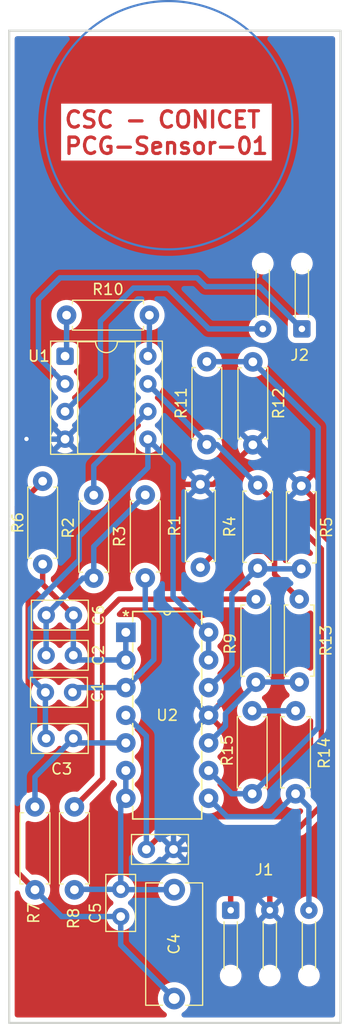
<source format=kicad_pcb>
(kicad_pcb (version 20241229) (generator "pcbnew") (generator_version "9.0")
  (layers (0 "F.Cu" signal) (2 "B.Cu" signal) (13 "F.Paste" user) (15 "B.Paste" user) (5 "F.SilkS" user "F.Silkscreen") (7 "B.SilkS" user "B.Silkscreen") (1 "F.Mask" user) (3 "B.Mask" user) (25 "Edge.Cuts" user))
  (net 0 "")
  (net 1 "GND")
  (net 2 "Net-(C2-Pad2)")
  (net 3 "Net-(C4-Pad2)")
  (net 4 "VCC")
  (net 5 "Net-(J2-Pin_2)")
  (net 6 "Net-(J2-Pin_1)")
  (net 7 "Net-(R1-Pad1)")
  (net 8 "Net-(R2-Pad2)")
  (net 9 "Net-(R13-Pad1)")
  (net 10 "Net-(R10-Pad2)")
  (net 11 "Net-(R10-Pad1)")
  (net 12 "Net-(R14-Pad2)")
  (net 13 "VGND")
  (net 14 "IN1+")
  (net 15 "IN1-")
  (net 16 "IN2+")
  (net 17 "IN2-")
  (net 18 "IN4+")
  (net 19 "IN3+")
  (net 20 "IN3-")
  (net 21 "OUT3")
  (footprint "LM2902N:NFF_14" (layer "F.Cu") (at 155.57 120.92)
    (property "Reference" "U2" (at -3.81 -7.62 0) (layer "F.SilkS"))
    (property "Value" "LM2902N/NOPB")
    (fp_line (start -6.985 -17.145) (end -6.985 -16.23314) (stroke (width 0.1524)) (layer "F.SilkS"))
    (fp_line (start -6.985 -14.24686) (end -6.985 -13.463611) (stroke (width 0.1524)) (layer "F.SilkS"))
    (fp_line (start -6.985 -11.936389) (end -6.985 -10.923611) (stroke (width 0.1524)) (layer "F.SilkS"))
    (fp_line (start -6.985 -9.396389) (end -6.985 -8.383611) (stroke (width 0.1524)) (layer "F.SilkS"))
    (fp_line (start -6.985 -6.856389) (end -6.985 -5.843611) (stroke (width 0.1524)) (layer "F.SilkS"))
    (fp_line (start -6.985 -4.316389) (end -6.985 -3.303611) (stroke (width 0.1524)) (layer "F.SilkS"))
    (fp_line (start -6.985 -1.776389) (end -6.985 -0.763611) (stroke (width 0.1524)) (layer "F.SilkS"))
    (fp_line (start -6.985 0.763611) (end -6.985 1.905) (stroke (width 0.1524)) (layer "F.SilkS"))
    (fp_line (start -6.985 1.905) (end -0.635 1.905) (stroke (width 0.1524)) (layer "F.SilkS"))
    (fp_line (start -0.635 -17.145) (end -6.985 -17.145) (stroke (width 0.1524)) (layer "F.SilkS"))
    (fp_line (start -0.635 -16.003611) (end -0.635 -17.145) (stroke (width 0.1524)) (layer "F.SilkS"))
    (fp_line (start -0.635 -13.463611) (end -0.635 -14.476389) (stroke (width 0.1524)) (layer "F.SilkS"))
    (fp_line (start -0.635 -10.923611) (end -0.635 -11.936389) (stroke (width 0.1524)) (layer "F.SilkS"))
    (fp_line (start -0.635 -8.383611) (end -0.635 -9.396389) (stroke (width 0.1524)) (layer "F.SilkS"))
    (fp_line (start -0.635 -5.843611) (end -0.635 -6.856389) (stroke (width 0.1524)) (layer "F.SilkS"))
    (fp_line (start -0.635 -3.303611) (end -0.635 -4.316389) (stroke (width 0.1524)) (layer "F.SilkS"))
    (fp_line (start -0.635 -0.763611) (end -0.635 -1.776389) (stroke (width 0.1524)) (layer "F.SilkS"))
    (fp_line (start -0.635 1.905) (end -0.635 0.763611) (stroke (width 0.1524)) (layer "F.SilkS"))
    (fp_arc (start -3.5052 -17.145) (mid -3.81 -16.8402) (end -4.1148 -17.145) (stroke (width 0.1524)) (layer "F.SilkS"))
    (fp_text user "*" (at -7.62 -16.6624 0) (layer "F.SilkS"))
    (fp_text user "*" (at -7.62 -16.6624 0) (layer "F.SilkS"))
    (pad "1" thru_hole rect (at -7.62 -15.24) (size 1.8 1.8) (drill 0.8128) (layers "*.Cu" "*.Mask") (net 15 "IN1-"))
    (pad "2" thru_hole circle (at -7.62 -12.7) (size 1.8 1.8) (drill 0.8128) (layers "*.Cu" "*.Mask") (net 15 "IN1-"))
    (pad "3" thru_hole circle (at -7.62 -10.16) (size 1.8 1.8) (drill 0.8128) (layers "*.Cu" "*.Mask") (net 14 "IN1+"))
    (pad "4" thru_hole circle (at -7.62 -7.62) (size 1.8 1.8) (drill 0.8128) (layers "*.Cu" "*.Mask") (net 4 "VCC"))
    (pad "5" thru_hole circle (at -7.62 -5.08) (size 1.8 1.8) (drill 0.8128) (layers "*.Cu" "*.Mask") (net 16 "IN2+"))
    (pad "6" thru_hole circle (at -7.62 -2.54) (size 1.8 1.8) (drill 0.8128) (layers "*.Cu" "*.Mask") (net 17 "IN2-"))
    (pad "7" thru_hole circle (at -7.62 0) (size 1.8 1.8) (drill 0.8128) (layers "*.Cu" "*.Mask") (net 17 "IN2-"))
    (pad "8" thru_hole circle (at 0 0) (size 1.8 1.8) (drill 0.8128) (layers "*.Cu" "*.Mask") (net 21 "OUT3"))
    (pad "9" thru_hole circle (at 0 -2.54) (size 1.8 1.8) (drill 0.8128) (layers "*.Cu" "*.Mask") (net 20 "IN3-"))
    (pad "10" thru_hole circle (at 0 -5.08) (size 1.8 1.8) (drill 0.8128) (layers "*.Cu" "*.Mask") (net 19 "IN3+"))
    (pad "11" thru_hole circle (at 0 -7.62) (size 1.8 1.8) (drill 0.8128) (layers "*.Cu" "*.Mask") (net 1 "GND"))
    (pad "12" thru_hole circle (at 0 -10.16) (size 1.8 1.8) (drill 0.8128) (layers "*.Cu" "*.Mask") (net 18 "IN4+"))
    (pad "13" thru_hole circle (at 0 -12.7) (size 1.8 1.8) (drill 0.8128) (layers "*.Cu" "*.Mask") (net 13 "VGND"))
    (pad "14" thru_hole circle (at 0 -15.24) (size 1.8 1.8) (drill 0.8128) (layers "*.Cu" "*.Mask") (net 13 "VGND"))
  )
  (footprint "DAVID:R_hueco_grande" (layer "F.Cu") (at 139.591 121.712953 -90)
    (property "Reference" "R7" (at 9.757047 0.111 270) (layer "F.SilkS"))
    (property "Value" "2.4k")
    (fp_line (start 0.54 1.37) (end 7.08 1.37) (stroke (width 0.12)) (layer "F.SilkS"))
    (fp_line (start 7.08 1.37) (end 7.08 1.04) (stroke (width 0.12)) (layer "F.SilkS"))
    (fp_line (start 0.54 1.04) (end 0.54 1.37) (stroke (width 0.12)) (layer "F.SilkS"))
    (fp_line (start 0.54 -1.04) (end 0.54 -1.37) (stroke (width 0.12)) (layer "F.SilkS"))
    (fp_line (start 0.54 -1.37) (end 7.08 -1.37) (stroke (width 0.12)) (layer "F.SilkS"))
    (fp_line (start 7.08 -1.37) (end 7.08 -1.04) (stroke (width 0.12)) (layer "F.SilkS"))
    (pad "1" thru_hole circle (at 0 0 270) (size 1.8 1.8) (drill 0.8) (layers "*.Cu" "*.Mask") (net 16 "IN2+"))
    (pad "2" thru_hole circle (at 7.62 0 270) (size 1.8 1.8) (drill 0.8) (layers "*.Cu" "*.Mask") (net 3 "Net-(C4-Pad2)"))
  )
  (footprint "DAVID:R_hueco_grande" (layer "F.Cu") (at 160.09 92.17 -90)
    (property "Reference" "R4" (at 3.81 2.58 270) (layer "F.SilkS"))
    (property "Value" "100k")
    (fp_line (start 0.54 1.37) (end 7.08 1.37) (stroke (width 0.12)) (layer "F.SilkS"))
    (fp_line (start 7.08 1.37) (end 7.08 1.04) (stroke (width 0.12)) (layer "F.SilkS"))
    (fp_line (start 0.54 1.04) (end 0.54 1.37) (stroke (width 0.12)) (layer "F.SilkS"))
    (fp_line (start 0.54 -1.04) (end 0.54 -1.37) (stroke (width 0.12)) (layer "F.SilkS"))
    (fp_line (start 0.54 -1.37) (end 7.08 -1.37) (stroke (width 0.12)) (layer "F.SilkS"))
    (fp_line (start 7.08 -1.37) (end 7.08 -1.04) (stroke (width 0.12)) (layer "F.SilkS"))
    (pad "1" thru_hole circle (at 0 0 270) (size 1.8 1.8) (drill 0.8) (layers "*.Cu" "*.Mask") (net 4 "VCC"))
    (pad "2" thru_hole circle (at 7.62 0 270) (size 1.8 1.8) (drill 0.8) (layers "*.Cu" "*.Mask") (net 18 "IN4+"))
  )
  (footprint "DAVID:R_hueco_grande" (layer "F.Cu") (at 163.57 120.51 90)
    (property "Reference" "R14" (at 3.73 2.64 90) (layer "F.SilkS"))
    (property "Value" "5.6k")
    (fp_line (start 7.08 -1.37) (end 7.08 -1.04) (stroke (width 0.12)) (layer "F.SilkS"))
    (fp_line (start 0.54 -1.37) (end 7.08 -1.37) (stroke (width 0.12)) (layer "F.SilkS"))
    (fp_line (start 0.54 -1.04) (end 0.54 -1.37) (stroke (width 0.12)) (layer "F.SilkS"))
    (fp_line (start 0.54 1.04) (end 0.54 1.37) (stroke (width 0.12)) (layer "F.SilkS"))
    (fp_line (start 7.08 1.37) (end 7.08 1.04) (stroke (width 0.12)) (layer "F.SilkS"))
    (fp_line (start 0.54 1.37) (end 7.08 1.37) (stroke (width 0.12)) (layer "F.SilkS"))
    (pad "1" thru_hole circle (at 0 0 90) (size 1.8 1.8) (drill 0.8) (layers "*.Cu" "*.Mask") (net 21 "OUT3"))
    (pad "2" thru_hole circle (at 7.62 0 90) (size 1.8 1.8) (drill 0.8) (layers "*.Cu" "*.Mask") (net 12 "Net-(R14-Pad2)"))
  )
  (footprint "Package_DIP:DIP-8_W7.62mm_Socket" (layer "F.Cu") (at 142.36 80.32)
    (property "Reference" "U1" (at -2.41 -0.01 0) (layer "F.SilkS"))
    (property "Value" "AD620")
    (fp_line (start 1.16 -1.33) (end 1.16 8.95) (stroke (width 0.12)) (layer "F.SilkS"))
    (fp_line (start 1.16 8.95) (end 6.46 8.95) (stroke (width 0.12)) (layer "F.SilkS"))
    (fp_line (start 2.81 -1.33) (end 1.16 -1.33) (stroke (width 0.12)) (layer "F.SilkS"))
    (fp_line (start 6.46 -1.33) (end 4.81 -1.33) (stroke (width 0.12)) (layer "F.SilkS"))
    (fp_line (start 6.46 8.95) (end 6.46 -1.33) (stroke (width 0.12)) (layer "F.SilkS"))
    (fp_rect (start -1.33 -1.39) (end 8.95 9.01) (stroke (width 0.12)) (fill no) (layer "F.SilkS"))
    (fp_arc (start 4.81 -1.33) (mid 3.81 -0.33) (end 2.81 -1.33) (stroke (width 0.12)) (layer "F.SilkS"))
    (pad "1" thru_hole roundrect (at 0 0) (size 1.6 1.6) (drill 0.8) (layers "*.Cu" "*.Mask") (roundrect_rratio 0.15625) (net 11 "Net-(R10-Pad1)"))
    (pad "2" thru_hole circle (at 0 2.54) (size 1.6 1.6) (drill 0.8) (layers "*.Cu" "*.Mask") (net 6 "Net-(J2-Pin_1)"))
    (pad "3" thru_hole circle (at 0 5.08) (size 1.6 1.6) (drill 0.8) (layers "*.Cu" "*.Mask") (net 5 "Net-(J2-Pin_2)"))
    (pad "4" thru_hole circle (at 0 7.62) (size 1.6 1.6) (drill 0.8) (layers "*.Cu" "*.Mask") (net 1 "GND"))
    (pad "5" thru_hole circle (at 7.62 7.62) (size 1.6 1.6) (drill 0.8) (layers "*.Cu" "*.Mask") (net 13 "VGND"))
    (pad "6" thru_hole circle (at 7.62 5.08) (size 1.6 1.6) (drill 0.8) (layers "*.Cu" "*.Mask") (net 8 "Net-(R2-Pad2)"))
    (pad "7" thru_hole circle (at 7.62 2.54) (size 1.6 1.6) (drill 0.8) (layers "*.Cu" "*.Mask") (net 4 "VCC"))
    (pad "8" thru_hole circle (at 7.62 0) (size 1.6 1.6) (drill 0.8) (layers "*.Cu" "*.Mask") (net 10 "Net-(R10-Pad2)"))
  )
  (footprint "Capacitor_THT:C_Disc_D5.0mm_W2.5mm_P2.50mm" (layer "F.Cu") (at 143.121 115.432953 180)
    (property "Reference" "C3" (at 1.07 -2.8 0) (layer "F.SilkS"))
    (property "Value" "10n")
    (fp_line (start 3.87 1.37) (end -1.37 1.37) (stroke (width 0.12)) (layer "F.SilkS"))
    (fp_line (start 3.87 -1.37) (end 3.87 1.37) (stroke (width 0.12)) (layer "F.SilkS"))
    (fp_line (start -1.37 1.37) (end -1.37 -1.37) (stroke (width 0.12)) (layer "F.SilkS"))
    (fp_line (start -1.37 -1.37) (end 3.87 -1.37) (stroke (width 0.12)) (layer "F.SilkS"))
    (pad "1" thru_hole circle (at 0 0 180) (size 1.6 1.6) (drill 0.8) (layers "*.Cu" "*.Mask") (net 16 "IN2+"))
    (pad "2" thru_hole circle (at 2.5 0 180) (size 1.6 1.6) (drill 0.8) (layers "*.Cu" "*.Mask") (net 13 "VGND"))
  )
  (footprint "DAVID:R_hueco_grande" (layer "F.Cu") (at 164.1 99.85 90)
    (property "Reference" "R5" (at 3.81 2.32 90) (layer "F.SilkS"))
    (property "Value" "100k")
    (fp_line (start 7.08 -1.37) (end 7.08 -1.04) (stroke (width 0.12)) (layer "F.SilkS"))
    (fp_line (start 0.54 -1.37) (end 7.08 -1.37) (stroke (width 0.12)) (layer "F.SilkS"))
    (fp_line (start 0.54 -1.04) (end 0.54 -1.37) (stroke (width 0.12)) (layer "F.SilkS"))
    (fp_line (start 0.54 1.04) (end 0.54 1.37) (stroke (width 0.12)) (layer "F.SilkS"))
    (fp_line (start 7.08 1.37) (end 7.08 1.04) (stroke (width 0.12)) (layer "F.SilkS"))
    (fp_line (start 0.54 1.37) (end 7.08 1.37) (stroke (width 0.12)) (layer "F.SilkS"))
    (pad "1" thru_hole circle (at 0 0 90) (size 1.8 1.8) (drill 0.8) (layers "*.Cu" "*.Mask") (net 18 "IN4+"))
    (pad "2" thru_hole circle (at 7.62 0 90) (size 1.8 1.8) (drill 0.8) (layers "*.Cu" "*.Mask") (net 1 "GND"))
  )
  (footprint "DAVID:R_hueco_grande" (layer "F.Cu") (at 140.3 91.8 -90)
    (property "Reference" "R6" (at 3.81 2.29 270) (layer "F.SilkS"))
    (property "Value" "2k")
    (fp_line (start 0.54 1.37) (end 7.08 1.37) (stroke (width 0.12)) (layer "F.SilkS"))
    (fp_line (start 7.08 1.37) (end 7.08 1.04) (stroke (width 0.12)) (layer "F.SilkS"))
    (fp_line (start 0.54 1.04) (end 0.54 1.37) (stroke (width 0.12)) (layer "F.SilkS"))
    (fp_line (start 0.54 -1.04) (end 0.54 -1.37) (stroke (width 0.12)) (layer "F.SilkS"))
    (fp_line (start 0.54 -1.37) (end 7.08 -1.37) (stroke (width 0.12)) (layer "F.SilkS"))
    (fp_line (start 7.08 -1.37) (end 7.08 -1.04) (stroke (width 0.12)) (layer "F.SilkS"))
    (pad "1" thru_hole circle (at 0 0 270) (size 1.8 1.8) (drill 0.8) (layers "*.Cu" "*.Mask") (net 3 "Net-(C4-Pad2)"))
    (pad "2" thru_hole circle (at 7.62 0 270) (size 1.8 1.8) (drill 0.8) (layers "*.Cu" "*.Mask") (net 15 "IN1-"))
  )
  (footprint "DAVID:R_hueco_grande" (layer "F.Cu") (at 159.58 112.89 -90)
    (property "Reference" "R15" (at 3.65 2.3 270) (layer "F.SilkS"))
    (property "Value" "2.2k")
    (fp_line (start 0.54 1.37) (end 7.08 1.37) (stroke (width 0.12)) (layer "F.SilkS"))
    (fp_line (start 7.08 1.37) (end 7.08 1.04) (stroke (width 0.12)) (layer "F.SilkS"))
    (fp_line (start 0.54 1.04) (end 0.54 1.37) (stroke (width 0.12)) (layer "F.SilkS"))
    (fp_line (start 0.54 -1.04) (end 0.54 -1.37) (stroke (width 0.12)) (layer "F.SilkS"))
    (fp_line (start 0.54 -1.37) (end 7.08 -1.37) (stroke (width 0.12)) (layer "F.SilkS"))
    (fp_line (start 7.08 -1.37) (end 7.08 -1.04) (stroke (width 0.12)) (layer "F.SilkS"))
    (pad "1" thru_hole circle (at 0 0 270) (size 1.8 1.8) (drill 0.8) (layers "*.Cu" "*.Mask") (net 12 "Net-(R14-Pad2)"))
    (pad "2" thru_hole circle (at 7.62 0 270) (size 1.8 1.8) (drill 0.8) (layers "*.Cu" "*.Mask") (net 20 "IN3-"))
  )
  (footprint "Capacitor_THT:C_Disc_D5.0mm_W2.5mm_P2.50mm" (layer "F.Cu") (at 149.841 125.622953)
    (property "Reference" "C7" (hide yes))
    (property "Value" "10n")
    (fp_line (start -1.37 -1.37) (end 3.87 -1.37) (stroke (width 0.12)) (layer "F.SilkS"))
    (fp_line (start -1.37 1.37) (end -1.37 -1.37) (stroke (width 0.12)) (layer "F.SilkS"))
    (fp_line (start 3.87 -1.37) (end 3.87 1.37) (stroke (width 0.12)) (layer "F.SilkS"))
    (fp_line (start 3.87 1.37) (end -1.37 1.37) (stroke (width 0.12)) (layer "F.SilkS"))
    (pad "1" thru_hole circle (at 0 0) (size 1.6 1.6) (drill 0.8) (layers "*.Cu" "*.Mask") (net 4 "VCC"))
    (pad "2" thru_hole circle (at 2.5 0) (size 1.6 1.6) (drill 0.8) (layers "*.Cu" "*.Mask") (net 1 "GND"))
  )
  (footprint "DAVID:R_hueco_grande" (layer "F.Cu") (at 143.221 129.332953 90)
    (property "Reference" "R8" (at -2.627047 -0.081 90) (layer "F.SilkS"))
    (property "Value" "5.6k")
    (fp_line (start 7.08 -1.37) (end 7.08 -1.04) (stroke (width 0.12)) (layer "F.SilkS"))
    (fp_line (start 0.54 -1.37) (end 7.08 -1.37) (stroke (width 0.12)) (layer "F.SilkS"))
    (fp_line (start 0.54 -1.04) (end 0.54 -1.37) (stroke (width 0.12)) (layer "F.SilkS"))
    (fp_line (start 0.54 1.04) (end 0.54 1.37) (stroke (width 0.12)) (layer "F.SilkS"))
    (fp_line (start 7.08 1.37) (end 7.08 1.04) (stroke (width 0.12)) (layer "F.SilkS"))
    (fp_line (start 0.54 1.37) (end 7.08 1.37) (stroke (width 0.12)) (layer "F.SilkS"))
    (pad "1" thru_hole circle (at 0 0 90) (size 1.8 1.8) (drill 0.8) (layers "*.Cu" "*.Mask") (net 17 "IN2-"))
    (pad "2" thru_hole circle (at 7.62 0 90) (size 1.8 1.8) (drill 0.8) (layers "*.Cu" "*.Mask") (net 9 "Net-(R13-Pad1)"))
  )
  (footprint "Capacitor_THT:C_Disc_D5.0mm_W2.5mm_P2.50mm" (layer "F.Cu") (at 143.121 107.792953 180)
    (property "Reference" "C2" (at -2.309 0.002953 90) (layer "F.SilkS"))
    (property "Value" "22n")
    (fp_line (start 3.87 1.37) (end -1.37 1.37) (stroke (width 0.12)) (layer "F.SilkS"))
    (fp_line (start 3.87 -1.37) (end 3.87 1.37) (stroke (width 0.12)) (layer "F.SilkS"))
    (fp_line (start -1.37 1.37) (end -1.37 -1.37) (stroke (width 0.12)) (layer "F.SilkS"))
    (fp_line (start -1.37 -1.37) (end 3.87 -1.37) (stroke (width 0.12)) (layer "F.SilkS"))
    (pad "1" thru_hole circle (at 0 0 180) (size 1.6 1.6) (drill 0.8) (layers "*.Cu" "*.Mask") (net 15 "IN1-"))
    (pad "2" thru_hole circle (at 2.5 0 180) (size 1.6 1.6) (drill 0.8) (layers "*.Cu" "*.Mask") (net 2 "Net-(C2-Pad2)"))
  )
  (footprint "Capacitor_THT:C_Disc_D5.0mm_W2.5mm_P2.50mm" (layer "F.Cu") (at 147.48 129.287047 -90)
    (property "Reference" "C5" (at 2.19 2.34 90) (layer "F.SilkS"))
    (property "Value" "33n")
    (fp_line (start -1.37 1.37) (end -1.37 -1.37) (stroke (width 0.12)) (layer "F.SilkS"))
    (fp_line (start 3.87 1.37) (end -1.37 1.37) (stroke (width 0.12)) (layer "F.SilkS"))
    (fp_line (start -1.37 -1.37) (end 3.87 -1.37) (stroke (width 0.12)) (layer "F.SilkS"))
    (fp_line (start 3.87 -1.37) (end 3.87 1.37) (stroke (width 0.12)) (layer "F.SilkS"))
    (pad "1" thru_hole circle (at 0 0 270) (size 1.6 1.6) (drill 0.8) (layers "*.Cu" "*.Mask") (net 17 "IN2-"))
    (pad "2" thru_hole circle (at 2.5 0 270) (size 1.6 1.6) (drill 0.8) (layers "*.Cu" "*.Mask") (net 3 "Net-(C4-Pad2)"))
  )
  (footprint "DAVID:R_hueco_grande" (layer "F.Cu") (at 159.92 102.64 -90)
    (property "Reference" "R13" (at 3.8 -6.45 270) (layer "F.SilkS"))
    (property "Value" "2.2k")
    (fp_line (start 0.54 1.37) (end 7.08 1.37) (stroke (width 0.12)) (layer "F.SilkS"))
    (fp_line (start 7.08 1.37) (end 7.08 1.04) (stroke (width 0.12)) (layer "F.SilkS"))
    (fp_line (start 0.54 1.04) (end 0.54 1.37) (stroke (width 0.12)) (layer "F.SilkS"))
    (fp_line (start 0.54 -1.04) (end 0.54 -1.37) (stroke (width 0.12)) (layer "F.SilkS"))
    (fp_line (start 0.54 -1.37) (end 7.08 -1.37) (stroke (width 0.12)) (layer "F.SilkS"))
    (fp_line (start 7.08 -1.37) (end 7.08 -1.04) (stroke (width 0.12)) (layer "F.SilkS"))
    (pad "1" thru_hole circle (at 0 0 270) (size 1.8 1.8) (drill 0.8) (layers "*.Cu" "*.Mask") (net 9 "Net-(R13-Pad1)"))
    (pad "2" thru_hole circle (at 7.62 0 270) (size 1.8 1.8) (drill 0.8) (layers "*.Cu" "*.Mask") (net 19 "IN3+"))
  )
  (footprint "DAVID:R_hueco_grande" (layer "F.Cu") (at 149.74 100.685 90)
    (property "Reference" "R3" (at 3.81 -2.37 90) (layer "F.SilkS"))
    (property "Value" "27k")
    (fp_line (start 7.08 -1.37) (end 7.08 -1.04) (stroke (width 0.12)) (layer "F.SilkS"))
    (fp_line (start 0.54 -1.37) (end 7.08 -1.37) (stroke (width 0.12)) (layer "F.SilkS"))
    (fp_line (start 0.54 -1.04) (end 0.54 -1.37) (stroke (width 0.12)) (layer "F.SilkS"))
    (fp_line (start 0.54 1.04) (end 0.54 1.37) (stroke (width 0.12)) (layer "F.SilkS"))
    (fp_line (start 7.08 1.37) (end 7.08 1.04) (stroke (width 0.12)) (layer "F.SilkS"))
    (fp_line (start 0.54 1.37) (end 7.08 1.37) (stroke (width 0.12)) (layer "F.SilkS"))
    (pad "1" thru_hole circle (at 0 0 90) (size 1.8 1.8) (drill 0.8) (layers "*.Cu" "*.Mask") (net 14 "IN1+"))
    (pad "2" thru_hole circle (at 7.62 0 90) (size 1.8 1.8) (drill 0.8) (layers "*.Cu" "*.Mask") (net 2 "Net-(C2-Pad2)"))
  )
  (footprint "Capacitor_THT:C_Disc_D11.0mm_W5.0mm_P10.00mm" (layer "F.Cu") (at 152.4 129.317047 -90)
    (property "Reference" "C4" (at 4.99 0.01 270) (layer "F.SilkS"))
    (property "Value" "470n")
    (fp_line (start -0.62 2.62) (end -0.62 1.074) (stroke (width 0.12)) (layer "F.SilkS"))
    (fp_line (start 10.62 2.62) (end -0.62 2.62) (stroke (width 0.12)) (layer "F.SilkS"))
    (fp_line (start 10.62 1.074) (end 10.62 2.62) (stroke (width 0.12)) (layer "F.SilkS"))
    (fp_line (start -0.62 -1.074) (end -0.62 -2.62) (stroke (width 0.12)) (layer "F.SilkS"))
    (fp_line (start -0.62 -2.62) (end 10.62 -2.62) (stroke (width 0.12)) (layer "F.SilkS"))
    (fp_line (start 10.62 -2.62) (end 10.62 -1.074) (stroke (width 0.12)) (layer "F.SilkS"))
    (pad "1" thru_hole circle (at 0 0 270) (size 2 2) (drill 1) (layers "*.Cu" "*.Mask") (net 17 "IN2-"))
    (pad "2" thru_hole circle (at 10 0 270) (size 2 2) (drill 1) (layers "*.Cu" "*.Mask") (net 3 "Net-(C4-Pad2)"))
  )
  (footprint "DAVID:R_hueco_grande" (layer "F.Cu") (at 155.41 88.44 90)
    (property "Reference" "R11" (at 3.81 -2.37 90) (layer "F.SilkS"))
    (property "Value" "33k")
    (fp_line (start 7.08 -1.37) (end 7.08 -1.04) (stroke (width 0.12)) (layer "F.SilkS"))
    (fp_line (start 0.54 -1.37) (end 7.08 -1.37) (stroke (width 0.12)) (layer "F.SilkS"))
    (fp_line (start 0.54 -1.04) (end 0.54 -1.37) (stroke (width 0.12)) (layer "F.SilkS"))
    (fp_line (start 0.54 1.04) (end 0.54 1.37) (stroke (width 0.12)) (layer "F.SilkS"))
    (fp_line (start 7.08 1.37) (end 7.08 1.04) (stroke (width 0.12)) (layer "F.SilkS"))
    (fp_line (start 0.54 1.37) (end 7.08 1.37) (stroke (width 0.12)) (layer "F.SilkS"))
    (pad "1" thru_hole circle (at 0 0 90) (size 1.8 1.8) (drill 0.8) (layers "*.Cu" "*.Mask") (net 4 "VCC"))
    (pad "2" thru_hole circle (at 7.62 0 90) (size 1.8 1.8) (drill 0.8) (layers "*.Cu" "*.Mask") (net 20 "IN3-"))
  )
  (footprint "Capacitor_THT:C_Disc_D5.0mm_W2.5mm_P2.50mm" (layer "F.Cu") (at 143.051 111.192953 180)
    (property "Reference" "C1" (at -2.299 0.012953 90) (layer "F.SilkS"))
    (property "Value" "10n")
    (fp_line (start 3.87 1.37) (end -1.37 1.37) (stroke (width 0.12)) (layer "F.SilkS"))
    (fp_line (start 3.87 -1.37) (end 3.87 1.37) (stroke (width 0.12)) (layer "F.SilkS"))
    (fp_line (start -1.37 1.37) (end -1.37 -1.37) (stroke (width 0.12)) (layer "F.SilkS"))
    (fp_line (start -1.37 -1.37) (end 3.87 -1.37) (stroke (width 0.12)) (layer "F.SilkS"))
    (pad "1" thru_hole circle (at 0 0 180) (size 1.6 1.6) (drill 0.8) (layers "*.Cu" "*.Mask") (net 14 "IN1+"))
    (pad "2" thru_hole circle (at 2.5 0 180) (size 1.6 1.6) (drill 0.8) (layers "*.Cu" "*.Mask") (net 13 "VGND"))
  )
  (footprint "DAVID:R_hueco_grande" (layer "F.Cu") (at 142.5 76.55)
    (property "Reference" "R10" (at 3.81 -2.37 0) (layer "F.SilkS"))
    (property "Value" "560")
    (fp_line (start 0.54 -1.37) (end 7.08 -1.37) (stroke (width 0.12)) (layer "F.SilkS"))
    (fp_line (start 0.54 -1.04) (end 0.54 -1.37) (stroke (width 0.12)) (layer "F.SilkS"))
    (fp_line (start 0.54 1.04) (end 0.54 1.37) (stroke (width 0.12)) (layer "F.SilkS"))
    (fp_line (start 0.54 1.37) (end 7.08 1.37) (stroke (width 0.12)) (layer "F.SilkS"))
    (fp_line (start 7.08 -1.37) (end 7.08 -1.04) (stroke (width 0.12)) (layer "F.SilkS"))
    (fp_line (start 7.08 1.37) (end 7.08 1.04) (stroke (width 0.12)) (layer "F.SilkS"))
    (pad "1" thru_hole circle (at 0 0) (size 1.8 1.8) (drill 0.8) (layers "*.Cu" "*.Mask") (net 11 "Net-(R10-Pad1)"))
    (pad "2" thru_hole circle (at 7.62 0) (size 1.8 1.8) (drill 0.8) (layers "*.Cu" "*.Mask") (net 10 "Net-(R10-Pad2)"))
  )
  (footprint "Capacitor_THT:C_Disc_D5.0mm_W2.5mm_P2.50mm" (layer "F.Cu") (at 143.131 104.102953 180)
    (property "Reference" "C6" (at -2.309 -0.017047 90) (layer "F.SilkS"))
    (property "Value" "4.7n")
    (fp_line (start 3.87 1.37) (end -1.37 1.37) (stroke (width 0.12)) (layer "F.SilkS"))
    (fp_line (start 3.87 -1.37) (end 3.87 1.37) (stroke (width 0.12)) (layer "F.SilkS"))
    (fp_line (start -1.37 1.37) (end -1.37 -1.37) (stroke (width 0.12)) (layer "F.SilkS"))
    (fp_line (start -1.37 -1.37) (end 3.87 -1.37) (stroke (width 0.12)) (layer "F.SilkS"))
    (pad "1" thru_hole circle (at 0 0 180) (size 1.6 1.6) (drill 0.8) (layers "*.Cu" "*.Mask") (net 15 "IN1-"))
    (pad "2" thru_hole circle (at 2.5 0 180) (size 1.6 1.6) (drill 0.8) (layers "*.Cu" "*.Mask") (net 2 "Net-(C2-Pad2)"))
  )
  (footprint "Connector_Wire:SolderWire-0.1sqmm_1x03_P3.6mm_D0.4mm_OD1mm_Relief" (layer "F.Cu") (at 157.6 131.21)
    (property "Reference" "J1" (at 3.08 -3.72 0) (layer "F.SilkS"))
    (property "Value" "Conn_01x03_Pin")
    (fp_line (start -0.61 1.06) (end -0.61 5.39) (stroke (width 0.12)) (layer "F.SilkS"))
    (fp_line (start 0.61 1.06) (end 0.61 5.39) (stroke (width 0.12)) (layer "F.SilkS"))
    (fp_line (start 2.99 1.06) (end 2.99 5.39) (stroke (width 0.12)) (layer "F.SilkS"))
    (fp_line (start 4.21 1.06) (end 4.21 5.39) (stroke (width 0.12)) (layer "F.SilkS"))
    (fp_line (start 6.59 1.06) (end 6.59 5.39) (stroke (width 0.12)) (layer "F.SilkS"))
    (fp_line (start 7.81 1.06) (end 7.81 5.39) (stroke (width 0.12)) (layer "F.SilkS"))
    (pad "" np_thru_hole circle (at 0 6) (size 1.5 1.5) (drill 1.5) (layers "*.Cu" "*.Mask"))
    (pad "" np_thru_hole circle (at 3.6 6) (size 1.5 1.5) (drill 1.5) (layers "*.Cu" "*.Mask"))
    (pad "" np_thru_hole circle (at 7.2 6) (size 1.5 1.5) (drill 1.5) (layers "*.Cu" "*.Mask"))
    (pad "1" thru_hole roundrect (at 0 0) (size 1.6 1.6) (drill 0.6) (layers "*.Cu" "*.Mask") (roundrect_rratio 0.15625) (net 4 "VCC"))
    (pad "2" thru_hole circle (at 3.6 0) (size 1.6 1.6) (drill 0.6) (layers "*.Cu" "*.Mask") (net 1 "GND"))
    (pad "3" thru_hole circle (at 7.2 0) (size 1.6 1.6) (drill 0.6) (layers "*.Cu" "*.Mask") (net 21 "OUT3"))
  )
  (footprint "Connector_Wire:SolderWire-0.1sqmm_1x02_P3.6mm_D0.4mm_OD1mm_Relief" (layer "F.Cu") (at 164.15 77.81 180)
    (property "Reference" "J2" (at 0.19 -2.41 0) (layer "F.SilkS"))
    (property "Value" "Conn_01x02_Pin")
    (fp_line (start 4.21 1.06) (end 4.21 5.39) (stroke (width 0.12)) (layer "F.SilkS"))
    (fp_line (start 2.99 1.06) (end 2.99 5.39) (stroke (width 0.12)) (layer "F.SilkS"))
    (fp_line (start 0.61 1.06) (end 0.61 5.39) (stroke (width 0.12)) (layer "F.SilkS"))
    (fp_line (start -0.61 1.06) (end -0.61 5.39) (stroke (width 0.12)) (layer "F.SilkS"))
    (pad "" np_thru_hole circle (at 0 6 180) (size 1.5 1.5) (drill 1.5) (layers "*.Cu" "*.Mask"))
    (pad "" np_thru_hole circle (at 3.6 6 180) (size 1.5 1.5) (drill 1.5) (layers "*.Cu" "*.Mask"))
    (pad "1" thru_hole roundrect (at 0 0 180) (size 1.6 1.6) (drill 0.6) (layers "*.Cu" "*.Mask") (roundrect_rratio 0.15625) (net 6 "Net-(J2-Pin_1)"))
    (pad "2" thru_hole circle (at 3.6 0 180) (size 1.6 1.6) (drill 0.6) (layers "*.Cu" "*.Mask") (net 5 "Net-(J2-Pin_2)"))
  )
  (footprint "DAVID:R_hueco_grande" (layer "F.Cu") (at 163.91 110.25 90)
    (property "Reference" "R9" (at 3.52 -6.36 90) (layer "F.SilkS"))
    (property "Value" "5.6k")
    (fp_line (start 7.08 -1.37) (end 7.08 -1.04) (stroke (width 0.12)) (layer "F.SilkS"))
    (fp_line (start 0.54 -1.37) (end 7.08 -1.37) (stroke (width 0.12)) (layer "F.SilkS"))
    (fp_line (start 0.54 -1.04) (end 0.54 -1.37) (stroke (width 0.12)) (layer "F.SilkS"))
    (fp_line (start 0.54 1.04) (end 0.54 1.37) (stroke (width 0.12)) (layer "F.SilkS"))
    (fp_line (start 7.08 1.37) (end 7.08 1.04) (stroke (width 0.12)) (layer "F.SilkS"))
    (fp_line (start 0.54 1.37) (end 7.08 1.37) (stroke (width 0.12)) (layer "F.SilkS"))
    (pad "1" thru_hole circle (at 0 0 90) (size 1.8 1.8) (drill 0.8) (layers "*.Cu" "*.Mask") (net 19 "IN3+"))
    (pad "2" thru_hole circle (at 7.62 0 90) (size 1.8 1.8) (drill 0.8) (layers "*.Cu" "*.Mask") (net 7 "Net-(R1-Pad1)"))
  )
  (footprint "DAVID:R_hueco_grande" (layer "F.Cu") (at 154.81 99.71 90)
    (property "Reference" "R1" (at 3.81 -2.37 90) (layer "F.SilkS"))
    (property "Value" "2.2k")
    (fp_line (start 7.08 -1.37) (end 7.08 -1.04) (stroke (width 0.12)) (layer "F.SilkS"))
    (fp_line (start 0.54 -1.37) (end 7.08 -1.37) (stroke (width 0.12)) (layer "F.SilkS"))
    (fp_line (start 0.54 -1.04) (end 0.54 -1.37) (stroke (width 0.12)) (layer "F.SilkS"))
    (fp_line (start 0.54 1.04) (end 0.54 1.37) (stroke (width 0.12)) (layer "F.SilkS"))
    (fp_line (start 7.08 1.37) (end 7.08 1.04) (stroke (width 0.12)) (layer "F.SilkS"))
    (fp_line (start 0.54 1.37) (end 7.08 1.37) (stroke (width 0.12)) (layer "F.SilkS"))
    (pad "1" thru_hole circle (at 0 0 90) (size 1.8 1.8) (drill 0.8) (layers "*.Cu" "*.Mask") (net 7 "Net-(R1-Pad1)"))
    (pad "2" thru_hole circle (at 7.62 0 90) (size 1.8 1.8) (drill 0.8) (layers "*.Cu" "*.Mask") (net 1 "GND"))
  )
  (footprint "DAVID:R_hueco_grande" (layer "F.Cu") (at 145 100.7 90)
    (property "Reference" "R2" (at 4.61 -2.35 90) (layer "F.SilkS"))
    (property "Value" "13k")
    (fp_line (start 7.08 -1.37) (end 7.08 -1.04) (stroke (width 0.12)) (layer "F.SilkS"))
    (fp_line (start 0.54 -1.37) (end 7.08 -1.37) (stroke (width 0.12)) (layer "F.SilkS"))
    (fp_line (start 0.54 -1.04) (end 0.54 -1.37) (stroke (width 0.12)) (layer "F.SilkS"))
    (fp_line (start 0.54 1.04) (end 0.54 1.37) (stroke (width 0.12)) (layer "F.SilkS"))
    (fp_line (start 7.08 1.37) (end 7.08 1.04) (stroke (width 0.12)) (layer "F.SilkS"))
    (fp_line (start 0.54 1.37) (end 7.08 1.37) (stroke (width 0.12)) (layer "F.SilkS"))
    (pad "1" thru_hole circle (at 0 0 90) (size 1.8 1.8) (drill 0.8) (layers "*.Cu" "*.Mask") (net 2 "Net-(C2-Pad2)"))
    (pad "2" thru_hole circle (at 7.62 0 90) (size 1.8 1.8) (drill 0.8) (layers "*.Cu" "*.Mask") (net 8 "Net-(R2-Pad2)"))
  )
  (footprint "DAVID:R_hueco_grande" (layer "F.Cu") (at 159.64 80.84 -90)
    (property "Reference" "R12" (at 3.81 -2.37 270) (layer "F.SilkS"))
    (property "Value" "10k")
    (fp_line (start 0.54 1.37) (end 7.08 1.37) (stroke (width 0.12)) (layer "F.SilkS"))
    (fp_line (start 7.08 1.37) (end 7.08 1.04) (stroke (width 0.12)) (layer "F.SilkS"))
    (fp_line (start 0.54 1.04) (end 0.54 1.37) (stroke (width 0.12)) (layer "F.SilkS"))
    (fp_line (start 0.54 -1.04) (end 0.54 -1.37) (stroke (width 0.12)) (layer "F.SilkS"))
    (fp_line (start 0.54 -1.37) (end 7.08 -1.37) (stroke (width 0.12)) (layer "F.SilkS"))
    (fp_line (start 7.08 -1.37) (end 7.08 -1.04) (stroke (width 0.12)) (layer "F.SilkS"))
    (pad "1" thru_hole circle (at 0 0 270) (size 1.8 1.8) (drill 0.8) (layers "*.Cu" "*.Mask") (net 20 "IN3-"))
    (pad "2" thru_hole circle (at 7.62 0 270) (size 1.8 1.8) (drill 0.8) (layers "*.Cu" "*.Mask") (net 1 "GND"))
  )
  (gr_circle (center 151.88 59.1) (end 163.28 59.1) (stroke (width 0.2)) (fill no) (layer "B.Cu"))
  (gr_rect (start 137.22 50.42) (end 167.71 141.56) (stroke (width 0.2)) (fill no) (layer "Edge.Cuts"))
  (gr_text "CSC - CONICET\nPCG-Sensor-01" (at 142.17 61.89 0) (layer "F.Cu") (effects (font (size 1.5 1.5) (thickness 0.3) (bold yes)) (justify left bottom)))
  (segment (start 161.2 131.21) (end 161.2 128.32) (width 0.5) (layer "F.Cu") (net 1))
  (segment (start 166.840999 94.970999) (end 166.840999 122.679001) (width 0.5) (layer "F.Cu") (net 1))
  (segment (start 161.2 128.32) (end 166.840999 122.679001) (width 0.5) (layer "F.Cu") (net 1))
  (segment (start 154.81 92.09) (end 156.01 92.09) (width 0.5) (layer "F.Cu") (net 1))
  (segment (start 156.01 92.09) (end 159.64 88.46) (width 0.5) (layer "F.Cu") (net 1))
  (segment (start 164.1 92.23) (end 166.840999 94.970999) (width 0.5) (layer "F.Cu") (net 1))
  (segment (start 138.81 87.92) (end 141.09 90.2) (width 0.5) (layer "F.Cu") (net 1))
  (segment (start 141.09 90.2) (end 150.8 90.2) (width 0.5) (layer "F.Cu") (net 1))
  (segment (start 150.8 90.2) (end 152.69 92.09) (width 0.5) (layer "F.Cu") (net 1))
  (segment (start 152.69 92.09) (end 154.81 92.09) (width 0.5) (layer "F.Cu") (net 1))
  (via (at 138.81 87.92) (size 1.6) (drill 0.4) (layers "F.Cu" "B.Cu") (net 1))
  (segment (start 152.341 116.529) (end 152.341 125.622953) (width 0.5) (layer "B.Cu") (net 1))
  (segment (start 161.2 131.21) (end 155.612953 125.622953) (width 0.5) (layer "B.Cu") (net 1))
  (segment (start 142.36 87.94) (end 138.83 87.94) (width 0.5) (layer "B.Cu") (net 1))
  (segment (start 155.57 113.3) (end 152.341 116.529) (width 0.5) (layer "B.Cu") (net 1))
  (segment (start 155.612953 125.622953) (end 152.341 125.622953) (width 0.5) (layer "B.Cu") (net 1))
  (segment (start 138.81 87.92) (end 138.65 87.76) (width 0.5) (layer "B.Cu") (net 1))
  (segment (start 138.83 87.94) (end 138.81 87.92) (width 0.5) (layer "B.Cu") (net 1))
  (segment (start 164.1 92.23) (end 160.33 88.46) (width 0.5) (layer "B.Cu") (net 1))
  (segment (start 160.33 88.46) (end 159.64 88.46) (width 0.5) (layer "B.Cu") (net 1))
  (segment (start 145 100.7) (end 145 97.805) (width 0.5) (layer "B.Cu") (net 2))
  (segment (start 145 97.805) (end 149.74 93.065) (width 0.5) (layer "B.Cu") (net 2))
  (segment (start 140.621 104.112953) (end 140.631 104.102953) (width 0.5) (layer "B.Cu") (net 2))
  (segment (start 140.631 104.102953) (end 140.631 104.079) (width 0.5) (layer "B.Cu") (net 2))
  (segment (start 140.621 107.792953) (end 140.621 104.112953) (width 0.5) (layer "B.Cu") (net 2))
  (segment (start 140.631 104.079) (end 144.01 100.7) (width 0.5) (layer "B.Cu") (net 2))
  (segment (start 144.01 100.7) (end 145 100.7) (width 0.5) (layer "B.Cu") (net 2))
  (segment (start 137.97 94.13) (end 137.97 127.711953) (width 0.5) (layer "F.Cu") (net 3))
  (segment (start 140.3 91.8) (end 137.97 94.13) (width 0.5) (layer "F.Cu") (net 3))
  (segment (start 137.97 127.711953) (end 139.591 129.332953) (width 0.5) (layer "F.Cu") (net 3))
  (segment (start 142.045094 131.787047) (end 147.48 131.787047) (width 0.5) (layer "B.Cu") (net 3))
  (segment (start 139.591 129.332953) (end 142.045094 131.787047) (width 0.5) (layer "B.Cu") (net 3))
  (segment (start 147.48 131.787047) (end 147.48 134.397047) (width 0.5) (layer "B.Cu") (net 3))
  (segment (start 147.48 134.397047) (end 152.4 139.317047) (width 0.5) (layer "B.Cu") (net 3))
  (segment (start 165.94 121.59) (end 163.911 123.619) (width 0.5) (layer "F.Cu") (net 4))
  (segment (start 157.6 131.21) (end 157.6 125.11) (width 0.5) (layer "F.Cu") (net 4))
  (segment (start 165.94 98.02) (end 165.94 121.59) (width 0.5) (layer "F.Cu") (net 4))
  (segment (start 163.911 123.619) (end 159.091 123.619) (width 0.5) (layer "F.Cu") (net 4))
  (segment (start 151.844953 123.619) (end 149.841 125.622953) (width 0.5) (layer "F.Cu") (net 4))
  (segment (start 159.091 123.619) (end 151.844953 123.619) (width 0.5) (layer "F.Cu") (net 4))
  (segment (start 157.6 125.11) (end 159.091 123.619) (width 0.5) (layer "F.Cu") (net 4))
  (segment (start 160.09 92.17) (end 165.94 98.02) (width 0.5) (layer "F.Cu") (net 4))
  (segment (start 149.841 115.191) (end 149.841 125.622953) (width 0.5) (layer "B.Cu") (net 4))
  (segment (start 156.36 88.44) (end 155.41 88.44) (width 0.5) (layer "B.Cu") (net 4))
  (segment (start 149.841 125.622953) (end 149.892953 125.622953) (width 0.5) (layer "B.Cu") (net 4))
  (segment (start 147.95 113.3) (end 149.841 115.191) (width 0.5) (layer "B.Cu") (net 4))
  (segment (start 160.09 92.17) (end 156.36 88.44) (width 0.5) (layer "B.Cu") (net 4))
  (segment (start 149.98 82.86) (end 155.41 88.29) (width 0.5) (layer "B.Cu") (net 4))
  (segment (start 155.41 88.29) (end 155.41 88.44) (width 0.5) (layer "B.Cu") (net 4))
  (segment (start 145.61 82.15) (end 142.36 85.4) (width 0.5) (layer "B.Cu") (net 5))
  (segment (start 148.65 74.06) (end 145.61 77.1) (width 0.5) (layer "B.Cu") (net 5))
  (segment (start 160.55 77.81) (end 155.59 77.81) (width 0.5) (layer "B.Cu") (net 5))
  (segment (start 151.84 74.06) (end 148.65 74.06) (width 0.5) (layer "B.Cu") (net 5))
  (segment (start 145.61 77.1) (end 145.61 82.15) (width 0.5) (layer "B.Cu") (net 5))
  (segment (start 155.59 77.81) (end 151.84 74.06) (width 0.5) (layer "B.Cu") (net 5))
  (segment (start 141.9 73.12) (end 139.91 75.11) (width 0.5) (layer "B.Cu") (net 6))
  (segment (start 139.91 80.41) (end 142.36 82.86) (width 0.5) (layer "B.Cu") (net 6))
  (segment (start 154.5 73.12) (end 141.9 73.12) (width 0.5) (layer "B.Cu") (net 6))
  (segment (start 139.91 75.11) (end 139.91 80.41) (width 0.5) (layer "B.Cu") (net 6))
  (segment (start 160.27 73.93) (end 155.31 73.93) (width 0.5) (layer "B.Cu") (net 6))
  (segment (start 155.31 73.93) (end 154.5 73.12) (width 0.5) (layer "B.Cu") (net 6))
  (segment (start 164.15 77.81) (end 160.27 73.93) (width 0.5) (layer "B.Cu") (net 6))
  (segment (start 160.732446 98.239) (end 161.641 99.147554) (width 0.5) (layer "F.Cu") (net 7))
  (segment (start 156.281 98.239) (end 160.732446 98.239) (width 0.5) (layer "F.Cu") (net 7))
  (segment (start 161.641 99.147554) (end 161.641 100.361) (width 0.5) (layer "F.Cu") (net 7))
  (segment (start 154.81 99.71) (end 156.281 98.239) (width 0.5) (layer "F.Cu") (net 7))
  (segment (start 161.641 100.361) (end 163.91 102.63) (width 0.5) (layer "F.Cu") (net 7))
  (segment (start 145 90.38) (end 149.98 85.4) (width 0.5) (layer "B.Cu") (net 8))
  (segment (start 145 93.08) (end 145 90.38) (width 0.5) (layer "B.Cu") (net 8))
  (segment (start 145.82 104.165553) (end 145.82 119.113953) (width 0.5) (layer "F.Cu") (net 9))
  (segment (start 147.345553 102.64) (end 145.82 104.165553) (width 0.5) (layer "F.Cu") (net 9))
  (segment (start 145.82 119.113953) (end 143.221 121.712953) (width 0.5) (layer "F.Cu") (net 9))
  (segment (start 159.92 102.64) (end 147.345553 102.64) (width 0.5) (layer "F.Cu") (net 9))
  (segment (start 150.12 80.18) (end 149.98 80.32) (width 0.5) (layer "B.Cu") (net 10))
  (segment (start 150.12 76.55) (end 150.12 80.18) (width 0.5) (layer "B.Cu") (net 10))
  (segment (start 142.5 80.18) (end 142.36 80.32) (width 0.5) (layer "B.Cu") (net 11))
  (segment (start 142.5 76.55) (end 142.5 80.18) (width 0.5) (layer "B.Cu") (net 11))
  (segment (start 163.57 112.89) (end 159.58 112.89) (width 0.5) (layer "B.Cu") (net 12))
  (segment (start 149.98 87.94) (end 149.98 90.55) (width 0.5) (layer "B.Cu") (net 13))
  (segment (start 149.98 90.55) (end 143.660747 96.869253) (width 0.5) (layer "B.Cu") (net 13))
  (segment (start 149.98 87.94) (end 152.3 90.26) (width 0.5) (layer "B.Cu") (net 13))
  (segment (start 143.660747 99.021182) (end 139.17 103.511929) (width 0.5) (layer "B.Cu") (net 13))
  (segment (start 152.3 102.41) (end 152.3 90.26) (width 0.5) (layer "B.Cu") (net 13))
  (segment (start 139.17 103.511929) (end 139.17 109.811953) (width 0.5) (layer "B.Cu") (net 13))
  (segment (start 140.551 115.362953) (end 140.621 115.432953) (width 0.5) (layer "B.Cu") (net 13))
  (segment (start 155.57 105.68) (end 155.57 108.22) (width 0.5) (layer "B.Cu") (net 13))
  (segment (start 140.551 111.192953) (end 140.551 115.362953) (width 0.5) (layer "B.Cu") (net 13))
  (segment (start 139.17 109.811953) (end 140.551 111.192953) (width 0.5) (layer "B.Cu") (net 13))
  (segment (start 155.57 105.68) (end 152.3 102.41) (width 0.5) (layer "B.Cu") (net 13))
  (segment (start 143.660747 96.869253) (end 143.660747 99.021182) (width 0.5) (layer "B.Cu") (net 13))
  (segment (start 150.53 104.5) (end 150.53 108.18) (width 0.5) (layer "B.Cu") (net 14))
  (segment (start 149.74 100.685) (end 149.74 103.71) (width 0.5) (layer "B.Cu") (net 14))
  (segment (start 150.53 108.18) (end 147.95 110.76) (width 0.5) (layer "B.Cu") (net 14))
  (segment (start 147.95 110.76) (end 143.483953 110.76) (width 0.5) (layer "B.Cu") (net 14))
  (segment (start 149.74 103.71) (end 150.53 104.5) (width 0.5) (layer "B.Cu") (net 14))
  (segment (start 143.483953 110.76) (end 143.051 111.192953) (width 0.5) (layer "B.Cu") (net 14))
  (segment (start 140.3 99.42) (end 140.3 101.271953) (width 0.5) (layer "F.Cu") (net 15))
  (segment (start 140.3 101.271953) (end 143.131 104.102953) (width 0.5) (layer "F.Cu") (net 15))
  (segment (start 143.121 104.112953) (end 143.131 104.102953) (width 0.5) (layer "B.Cu") (net 15))
  (segment (start 147.95 105.68) (end 147.95 108.22) (width 0.5) (layer "B.Cu") (net 15))
  (segment (start 147.95 108.22) (end 143.548047 108.22) (width 0.5) (layer "B.Cu") (net 15))
  (segment (start 143.548047 108.22) (end 143.121 107.792953) (width 0.5) (layer "B.Cu") (net 15))
  (segment (start 143.121 107.792953) (end 143.121 104.112953) (width 0.5) (layer "B.Cu") (net 15))
  (segment (start 147.95 115.84) (end 143.528047 115.84) (width 0.5) (layer "B.Cu") (net 16))
  (segment (start 139.591 118.962953) (end 143.121 115.432953) (width 0.5) (layer "B.Cu") (net 16))
  (segment (start 143.528047 115.84) (end 143.121 115.432953) (width 0.5) (layer "B.Cu") (net 16))
  (segment (start 139.591 121.712953) (end 139.591 118.962953) (width 0.5) (layer "B.Cu") (net 16))
  (segment (start 147.48 129.287047) (end 147.48 121.39) (width 0.5) (layer "B.Cu") (net 17))
  (segment (start 147.152953 129.332953) (end 147.198859 129.287047) (width 0.5) (layer "B.Cu") (net 17))
  (segment (start 152.4 129.59) (end 152.4 129.317047) (width 0.5) (layer "B.Cu") (net 17))
  (segment (start 152.4 129.317047) (end 147.51 129.317047) (width 0.5) (layer "B.Cu") (net 17))
  (segment (start 152.35 129.64) (end 152.4 129.59) (width 0.5) (layer "B.Cu") (net 17))
  (segment (start 147.48 129.287047) (end 143.266906 129.287047) (width 0.5) (layer "B.Cu") (net 17))
  (segment (start 147.49 129.67) (end 147.48 129.66) (width 0.5) (layer "B.Cu") (net 17))
  (segment (start 147.48 129.66) (end 147.48 129.287047) (width 0.5) (layer "B.Cu") (net 17))
  (segment (start 143.266906 129.287047) (end 143.221 129.332953) (width 0.5) (layer "B.Cu") (net 17))
  (segment (start 147.95 118.38) (end 147.95 120.92) (width 0.5) (layer "B.Cu") (net 17))
  (segment (start 147.48 121.39) (end 147.95 120.92) (width 0.5) (layer "B.Cu") (net 17))
  (segment (start 147.198859 129.287047) (end 147.48 129.287047) (width 0.5) (layer "B.Cu") (net 17))
  (segment (start 147.51 129.317047) (end 147.48 129.287047) (width 0.5) (layer "B.Cu") (net 17))
  (segment (start 160.15 99.85) (end 160.09 99.79) (width 0.5) (layer "B.Cu") (net 18))
  (segment (start 155.57 110.76) (end 157.71 108.62) (width 0.5) (layer "B.Cu") (net 18))
  (segment (start 157.71 102.17) (end 160.09 99.79) (width 0.5) (layer "B.Cu") (net 18))
  (segment (start 164.1 99.85) (end 160.15 99.85) (width 0.5) (layer "B.Cu") (net 18))
  (segment (start 157.71 108.62) (end 157.71 102.17) (width 0.5) (layer "B.Cu") (net 18))
  (segment (start 157.121 114.289) (end 157.121 113.155554) (width 0.5) (layer "B.Cu") (net 19))
  (segment (start 157.121 113.155554) (end 160.026554 110.25) (width 0.5) (layer "B.Cu") (net 19))
  (segment (start 160.026554 110.25) (end 163.91 110.25) (width 0.5) (layer "B.Cu") (net 19))
  (segment (start 155.57 115.84) (end 157.121 114.289) (width 0.5) (layer "B.Cu") (net 19))
  (segment (start 165.651 86.851) (end 165.651 114.439) (width 0.5) (layer "B.Cu") (net 20))
  (segment (start 159.64 80.84) (end 165.651 86.851) (width 0.5) (layer "B.Cu") (net 20))
  (segment (start 165.651 114.439) (end 159.58 120.51) (width 0.5) (layer "B.Cu") (net 20))
  (segment (start 159.62 80.82) (end 159.64 80.84) (width 0.5) (layer "B.Cu") (net 20))
  (segment (start 159.58 120.51) (end 157.7 120.51) (width 0.5) (layer "B.Cu") (net 20))
  (segment (start 157.7 120.51) (end 155.57 118.38) (width 0.5) (layer "B.Cu") (net 20))
  (segment (start 155.41 80.82) (end 159.62 80.82) (width 0.5) (layer "B.Cu") (net 20))
  (segment (start 164.8 131.21) (end 164.8 121.74) (width 0.5) (layer "B.Cu") (net 21))
  (segment (start 164.8 121.74) (end 163.57 120.51) (width 0.5) (layer "B.Cu") (net 21))
  (segment (start 161.46 122.62) (end 163.57 120.51) (width 0.5) (layer "B.Cu") (net 21))
  (segment (start 157.27 122.62) (end 161.46 122.62) (width 0.5) (layer "B.Cu") (net 21))
  (segment (start 155.57 120.92) (end 157.27 122.62) (width 0.5) (layer "B.Cu") (net 21))
  (segment (start 164.8 131.21) (end 164.74 131.15) (width 0.5) (layer "B.Cu") (net 21))
  (zone (net 1) (net_name "GND") (layers "F.Cu" "B.Cu") (connect_pads (clearance 0.5)) (min_thickness 0.5) (fill yes (thermal_gap 0.5) (thermal_bridge_width 0.5))
    (polygon (pts (xy 137.23 50.44) (xy 137.24 50.41) (xy 167.23 50.41) (xy 167.240823 141.323253) (xy 137.219177 141.333254)))
  )
)
</source>
